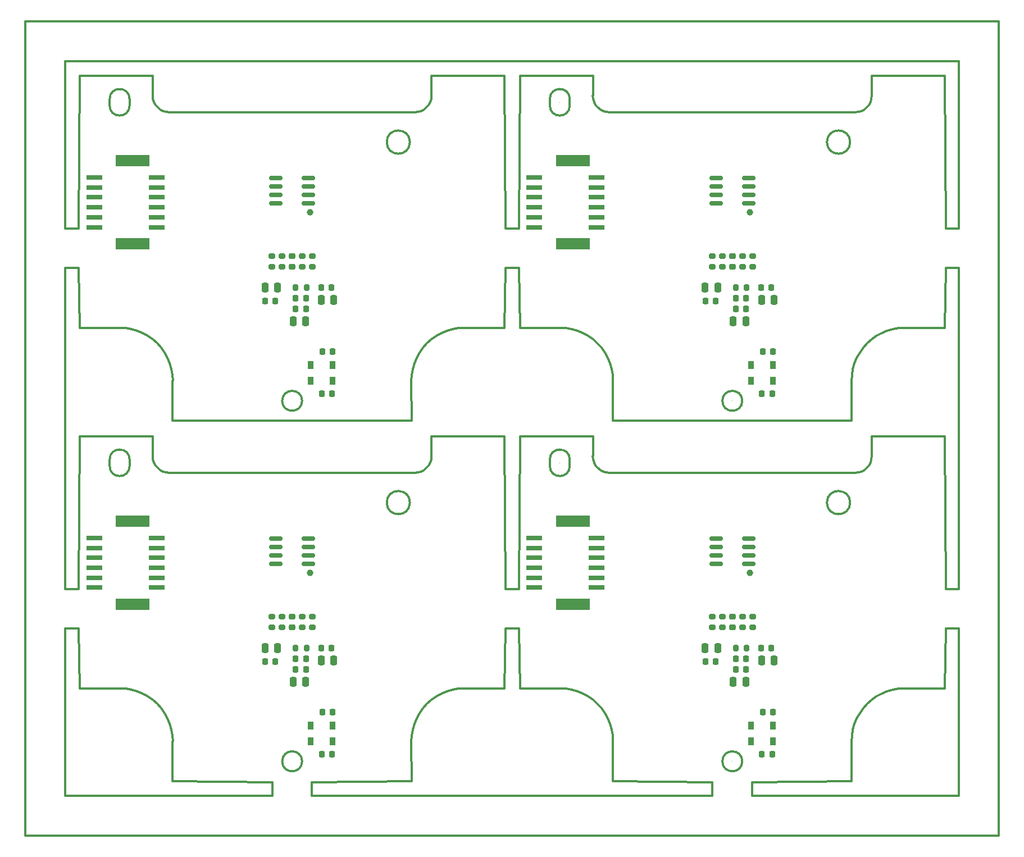
<source format=gtp>
%TF.GenerationSoftware,KiCad,Pcbnew,(6.0.0)*%
%TF.CreationDate,2022-02-12T17:38:02+08:00*%
%TF.ProjectId,SX7H02050048PB,53583748-3032-4303-9530-30343850422e,rev?*%
%TF.SameCoordinates,Original*%
%TF.FileFunction,Paste,Top*%
%TF.FilePolarity,Positive*%
%FSLAX46Y46*%
G04 Gerber Fmt 4.6, Leading zero omitted, Abs format (unit mm)*
G04 Created by KiCad (PCBNEW (6.0.0)) date 2022-02-12 17:38:02*
%MOMM*%
%LPD*%
G01*
G04 APERTURE LIST*
G04 Aperture macros list*
%AMRoundRect*
0 Rectangle with rounded corners*
0 $1 Rounding radius*
0 $2 $3 $4 $5 $6 $7 $8 $9 X,Y pos of 4 corners*
0 Add a 4 corners polygon primitive as box body*
4,1,4,$2,$3,$4,$5,$6,$7,$8,$9,$2,$3,0*
0 Add four circle primitives for the rounded corners*
1,1,$1+$1,$2,$3*
1,1,$1+$1,$4,$5*
1,1,$1+$1,$6,$7*
1,1,$1+$1,$8,$9*
0 Add four rect primitives between the rounded corners*
20,1,$1+$1,$2,$3,$4,$5,0*
20,1,$1+$1,$4,$5,$6,$7,0*
20,1,$1+$1,$6,$7,$8,$9,0*
20,1,$1+$1,$8,$9,$2,$3,0*%
G04 Aperture macros list end*
%TA.AperFunction,Profile*%
%ADD10C,0.350000*%
%TD*%
%TA.AperFunction,Profile*%
%ADD11C,0.010049*%
%TD*%
%TA.AperFunction,Profile*%
%ADD12C,0.010050*%
%TD*%
%ADD13RoundRect,0.225000X0.225000X0.250000X-0.225000X0.250000X-0.225000X-0.250000X0.225000X-0.250000X0*%
%ADD14RoundRect,0.200000X0.275000X-0.200000X0.275000X0.200000X-0.275000X0.200000X-0.275000X-0.200000X0*%
%ADD15RoundRect,0.250000X-0.250000X-0.475000X0.250000X-0.475000X0.250000X0.475000X-0.250000X0.475000X0*%
%ADD16R,2.450000X0.800000*%
%ADD17R,5.050000X1.800000*%
%ADD18RoundRect,0.200000X0.200000X0.275000X-0.200000X0.275000X-0.200000X-0.275000X0.200000X-0.275000X0*%
%ADD19R,0.900000X1.200000*%
%ADD20RoundRect,0.225000X-0.250000X0.225000X-0.250000X-0.225000X0.250000X-0.225000X0.250000X0.225000X0*%
%ADD21RoundRect,0.200000X-0.275000X0.200000X-0.275000X-0.200000X0.275000X-0.200000X0.275000X0.200000X0*%
%ADD22RoundRect,0.250000X0.250000X0.475000X-0.250000X0.475000X-0.250000X-0.475000X0.250000X-0.475000X0*%
%ADD23RoundRect,0.225000X-0.225000X-0.250000X0.225000X-0.250000X0.225000X0.250000X-0.225000X0.250000X0*%
%ADD24C,1.000000*%
%ADD25RoundRect,0.150000X0.825000X0.150000X-0.825000X0.150000X-0.825000X-0.150000X0.825000X-0.150000X0*%
G04 APERTURE END LIST*
D10*
X129525000Y-134700122D02*
X129525000Y-136700122D01*
X123525000Y-134700122D02*
X123525000Y-136700122D01*
X129525000Y-136700122D02*
X160700000Y-136700122D01*
X63175000Y-136700122D02*
X123525000Y-136700122D01*
X129525000Y-134700122D02*
X144525000Y-134525122D01*
X108525000Y-134525122D02*
X123525000Y-134700122D01*
X63175000Y-134700122D02*
X63175000Y-136700122D01*
X57175000Y-134700122D02*
X57175000Y-136700122D01*
X26000000Y-136700122D02*
X57175000Y-136700122D01*
X63175000Y-134700122D02*
X78175000Y-134525122D01*
X42175000Y-134525122D02*
X57175000Y-134700122D01*
X158700000Y-111525091D02*
X160700000Y-111525091D01*
X158700000Y-105525091D02*
X160700000Y-105525091D01*
X160700000Y-111525091D02*
X160700000Y-136700122D01*
X160700000Y-57175030D02*
X160700000Y-105525091D01*
X158700000Y-111525091D02*
X158525000Y-120525122D01*
X158525000Y-82525061D02*
X158700000Y-105525091D01*
X92350000Y-111525091D02*
X94350000Y-111525091D01*
X92350000Y-105525091D02*
X94350000Y-105525091D01*
X94350000Y-111525091D02*
X94525000Y-120525122D01*
X94525000Y-82525061D02*
X94350000Y-105525091D01*
X92350000Y-111525091D02*
X92175000Y-120525122D01*
X92175000Y-82525061D02*
X92350000Y-105525091D01*
X26000000Y-111525091D02*
X28000000Y-111525091D01*
X26000000Y-105525091D02*
X28000000Y-105525091D01*
X28000000Y-111525091D02*
X28175000Y-120525122D01*
X28175000Y-82525061D02*
X28000000Y-105525091D01*
X26000000Y-111525091D02*
X26000000Y-136700122D01*
X26000000Y-57175030D02*
X26000000Y-105525091D01*
X158700000Y-57175030D02*
X160700000Y-57175030D01*
X158700000Y-51175030D02*
X160700000Y-51175030D01*
X160700000Y-26000000D02*
X160700000Y-51175030D01*
X158700000Y-57175030D02*
X158525000Y-66175061D01*
X158525000Y-28175000D02*
X158700000Y-51175030D01*
X92350000Y-57175030D02*
X94350000Y-57175030D01*
X92350000Y-51175030D02*
X94350000Y-51175030D01*
X94350000Y-57175030D02*
X94525000Y-66175061D01*
X94525000Y-28175000D02*
X94350000Y-51175030D01*
X92350000Y-57175030D02*
X92175000Y-66175061D01*
X92175000Y-28175000D02*
X92350000Y-51175030D01*
X26000000Y-57175030D02*
X28000000Y-57175030D01*
X26000000Y-51175030D02*
X28000000Y-51175030D01*
X28000000Y-57175030D02*
X28175000Y-66175061D01*
X28175000Y-28175000D02*
X28000000Y-51175030D01*
X26000000Y-26000000D02*
X26000000Y-51175030D01*
X107063636Y-87845923D02*
X106629371Y-87613806D01*
X108336707Y-126742102D02*
X108487220Y-127627966D01*
X147529212Y-122260596D02*
X148262061Y-121740637D01*
X107309485Y-124262122D02*
X107744117Y-125048560D01*
X105525000Y-85525061D02*
X105525000Y-82525061D01*
X108025000Y-88037146D02*
X107534888Y-87988928D01*
X144525000Y-134525122D02*
X144512427Y-128525122D01*
X107534888Y-87988928D02*
X107063636Y-87845923D01*
X144713294Y-126742102D02*
X144962073Y-125878699D01*
X144512427Y-128525122D02*
X144562781Y-127627966D01*
X106789527Y-123529334D02*
X107309485Y-124262122D01*
X145740516Y-124262122D02*
X146260474Y-123529334D01*
X105704139Y-86486426D02*
X105561133Y-86015173D01*
X147113746Y-86920691D02*
X146801307Y-87301367D01*
X149878638Y-120962134D02*
X150742041Y-120713355D01*
X99025000Y-87019080D02*
X99025000Y-86019080D01*
X108087928Y-125878699D02*
X108336707Y-126742102D01*
X105525000Y-82525061D02*
X94525000Y-82525061D01*
X128028967Y-131525122D02*
G75*
G03*
X128028967Y-131525122I-1499999J0D01*
G01*
X147525000Y-85525061D02*
X147537085Y-85525061D01*
X107744117Y-125048560D02*
X108087928Y-125878699D01*
X158525000Y-82525061D02*
X147525000Y-82525061D01*
X105936255Y-86920691D02*
X105704139Y-86486426D01*
X108487220Y-127627966D02*
X108537574Y-128525122D01*
X105512915Y-85525061D02*
X105525000Y-85525061D01*
X150742041Y-120713355D02*
X151627906Y-120562842D01*
X144285436Y-92520422D02*
G75*
G03*
X144285436Y-92520422I-1749999J0D01*
G01*
X102025000Y-86019080D02*
G75*
G03*
X99025000Y-86019080I-1500000J0D01*
G01*
X99025000Y-87019080D02*
G75*
G03*
X102025000Y-87019080I1500000J0D01*
G01*
X144562781Y-127627966D02*
X144713294Y-126742102D01*
X103171363Y-120962134D02*
X104001502Y-121306006D01*
X108537574Y-128525122D02*
X108525000Y-128525122D01*
X101422095Y-120562842D02*
X102307959Y-120713355D01*
X146260474Y-123529334D02*
X146859229Y-122859351D01*
X148262061Y-121740637D02*
X149048499Y-121306006D01*
D11*
X126533992Y-131525122D02*
G75*
G03*
X126533992Y-131525122I-5024J0D01*
G01*
D10*
X152525000Y-120525122D02*
X158525000Y-120525122D01*
X106190772Y-122859351D02*
X106789527Y-123529334D01*
X94525000Y-120525122D02*
X100525000Y-120512488D01*
X147537085Y-85525061D02*
X147488868Y-86015173D01*
X146859229Y-122859351D02*
X147529212Y-122260596D01*
X145305884Y-125048560D02*
X145740516Y-124262122D01*
X106248694Y-87301367D02*
X105936255Y-86920691D01*
D11*
X142540461Y-92520422D02*
G75*
G03*
X142540461Y-92520422I-5024J0D01*
G01*
D10*
X105520789Y-122260596D02*
X106190772Y-122859351D01*
X147488868Y-86015173D02*
X147345862Y-86486426D01*
X152525000Y-120512488D02*
X152525000Y-120525122D01*
X145025000Y-88025061D02*
X108025000Y-88025061D01*
X145515113Y-87988928D02*
X145025000Y-88037146D01*
X102025000Y-86019080D02*
X102025000Y-87019080D01*
X147345862Y-86486426D02*
X147113746Y-86920691D01*
X104787940Y-121740637D02*
X105520789Y-122260596D01*
X108025000Y-88025061D02*
X108025000Y-88037146D01*
X147525000Y-82525061D02*
X147525000Y-85525061D01*
X145986365Y-87845923D02*
X145515113Y-87988928D01*
X146801307Y-87301367D02*
X146420630Y-87613806D01*
X149048499Y-121306006D02*
X149878638Y-120962134D01*
X145025000Y-88037146D02*
X145025000Y-88025061D01*
X102307959Y-120713355D02*
X103171363Y-120962134D01*
X144962073Y-125878699D02*
X145305884Y-125048560D01*
D12*
X100530025Y-86519080D02*
G75*
G03*
X100530025Y-86519080I-5025J0D01*
G01*
D10*
X146420630Y-87613806D02*
X145986365Y-87845923D01*
X151627906Y-120562842D02*
X152525000Y-120512488D01*
X104001502Y-121306006D02*
X104787940Y-121740637D01*
X100525000Y-120512488D02*
X101422095Y-120562842D01*
X106629371Y-87613806D02*
X106248694Y-87301367D01*
X105561133Y-86015173D02*
X105512915Y-85525061D01*
X108525000Y-128525122D02*
X108525000Y-134525122D01*
X40713636Y-87845923D02*
X40279371Y-87613806D01*
X41986707Y-126742102D02*
X42137220Y-127627966D01*
X81179212Y-122260596D02*
X81912061Y-121740637D01*
X40959485Y-124262122D02*
X41394117Y-125048560D01*
X39175000Y-85525061D02*
X39175000Y-82525061D01*
X41675000Y-88037146D02*
X41184888Y-87988928D01*
X78175000Y-134525122D02*
X78162427Y-128525122D01*
X41184888Y-87988928D02*
X40713636Y-87845923D01*
X78363294Y-126742102D02*
X78612073Y-125878699D01*
X78162427Y-128525122D02*
X78212781Y-127627966D01*
X40439527Y-123529334D02*
X40959485Y-124262122D01*
X79390516Y-124262122D02*
X79910474Y-123529334D01*
X39354139Y-86486426D02*
X39211133Y-86015173D01*
X80763746Y-86920691D02*
X80451307Y-87301367D01*
X83528638Y-120962134D02*
X84392041Y-120713355D01*
X32675000Y-87019080D02*
X32675000Y-86019080D01*
X41737928Y-125878699D02*
X41986707Y-126742102D01*
X39175000Y-82525061D02*
X28175000Y-82525061D01*
X61678967Y-131525122D02*
G75*
G03*
X61678967Y-131525122I-1499999J0D01*
G01*
X81175000Y-85525061D02*
X81187085Y-85525061D01*
X41394117Y-125048560D02*
X41737928Y-125878699D01*
X92175000Y-82525061D02*
X81175000Y-82525061D01*
X39586255Y-86920691D02*
X39354139Y-86486426D01*
X42137220Y-127627966D02*
X42187574Y-128525122D01*
X39162915Y-85525061D02*
X39175000Y-85525061D01*
X84392041Y-120713355D02*
X85277906Y-120562842D01*
X77935436Y-92520422D02*
G75*
G03*
X77935436Y-92520422I-1749999J0D01*
G01*
X35675000Y-86019080D02*
G75*
G03*
X32675000Y-86019080I-1500000J0D01*
G01*
X32675000Y-87019080D02*
G75*
G03*
X35675000Y-87019080I1500000J0D01*
G01*
X78212781Y-127627966D02*
X78363294Y-126742102D01*
X36821363Y-120962134D02*
X37651502Y-121306006D01*
X42187574Y-128525122D02*
X42175000Y-128525122D01*
X35072095Y-120562842D02*
X35957959Y-120713355D01*
X79910474Y-123529334D02*
X80509229Y-122859351D01*
X81912061Y-121740637D02*
X82698499Y-121306006D01*
D11*
X60183992Y-131525122D02*
G75*
G03*
X60183992Y-131525122I-5024J0D01*
G01*
D10*
X86175000Y-120525122D02*
X92175000Y-120525122D01*
X39840772Y-122859351D02*
X40439527Y-123529334D01*
X28175000Y-120525122D02*
X34175000Y-120512488D01*
X81187085Y-85525061D02*
X81138868Y-86015173D01*
X80509229Y-122859351D02*
X81179212Y-122260596D01*
X78955884Y-125048560D02*
X79390516Y-124262122D01*
X39898694Y-87301367D02*
X39586255Y-86920691D01*
D11*
X76190461Y-92520422D02*
G75*
G03*
X76190461Y-92520422I-5024J0D01*
G01*
D10*
X39170789Y-122260596D02*
X39840772Y-122859351D01*
X81138868Y-86015173D02*
X80995862Y-86486426D01*
X86175000Y-120512488D02*
X86175000Y-120525122D01*
X78675000Y-88025061D02*
X41675000Y-88025061D01*
X79165113Y-87988928D02*
X78675000Y-88037146D01*
X35675000Y-86019080D02*
X35675000Y-87019080D01*
X80995862Y-86486426D02*
X80763746Y-86920691D01*
X38437940Y-121740637D02*
X39170789Y-122260596D01*
X41675000Y-88025061D02*
X41675000Y-88037146D01*
X81175000Y-82525061D02*
X81175000Y-85525061D01*
X79636365Y-87845923D02*
X79165113Y-87988928D01*
X80451307Y-87301367D02*
X80070630Y-87613806D01*
X82698499Y-121306006D02*
X83528638Y-120962134D01*
X78675000Y-88037146D02*
X78675000Y-88025061D01*
X35957959Y-120713355D02*
X36821363Y-120962134D01*
X78612073Y-125878699D02*
X78955884Y-125048560D01*
D12*
X34180025Y-86519080D02*
G75*
G03*
X34180025Y-86519080I-5025J0D01*
G01*
D10*
X80070630Y-87613806D02*
X79636365Y-87845923D01*
X85277906Y-120562842D02*
X86175000Y-120512488D01*
X37651502Y-121306006D02*
X38437940Y-121740637D01*
X34175000Y-120512488D02*
X35072095Y-120562842D01*
X40279371Y-87613806D02*
X39898694Y-87301367D01*
X39211133Y-86015173D02*
X39162915Y-85525061D01*
X42175000Y-128525122D02*
X42175000Y-134525122D01*
X107063636Y-33495862D02*
X106629371Y-33263745D01*
X108336707Y-72392041D02*
X108487220Y-73277905D01*
X147529212Y-67910535D02*
X148262061Y-67390576D01*
X107309485Y-69912061D02*
X107744117Y-70698499D01*
X105525000Y-31175000D02*
X105525000Y-28175000D01*
X108025000Y-33687085D02*
X107534888Y-33638867D01*
X144525000Y-80175061D02*
X144512427Y-74175061D01*
X107534888Y-33638867D02*
X107063636Y-33495862D01*
X144713294Y-72392041D02*
X144962073Y-71528638D01*
X144512427Y-74175061D02*
X144562781Y-73277905D01*
X106789527Y-69179273D02*
X107309485Y-69912061D01*
X145740516Y-69912061D02*
X146260474Y-69179273D01*
X105704139Y-32136365D02*
X105561133Y-31665112D01*
X147113746Y-32570630D02*
X146801307Y-32951306D01*
X149878638Y-66612073D02*
X150742041Y-66363294D01*
X99025000Y-32669019D02*
X99025000Y-31669019D01*
X108087928Y-71528638D02*
X108336707Y-72392041D01*
X105525000Y-28175000D02*
X94525000Y-28175000D01*
X128028967Y-77175061D02*
G75*
G03*
X128028967Y-77175061I-1499999J0D01*
G01*
X147525000Y-31175000D02*
X147537085Y-31175000D01*
X107744117Y-70698499D02*
X108087928Y-71528638D01*
X158525000Y-28175000D02*
X147525000Y-28175000D01*
X105936255Y-32570630D02*
X105704139Y-32136365D01*
X108487220Y-73277905D02*
X108537574Y-74175061D01*
X105512915Y-31175000D02*
X105525000Y-31175000D01*
X150742041Y-66363294D02*
X151627906Y-66212781D01*
X144285436Y-38170361D02*
G75*
G03*
X144285436Y-38170361I-1749999J0D01*
G01*
X102025000Y-31669019D02*
G75*
G03*
X99025000Y-31669019I-1500000J0D01*
G01*
X99025000Y-32669019D02*
G75*
G03*
X102025000Y-32669019I1500000J0D01*
G01*
X144562781Y-73277905D02*
X144713294Y-72392041D01*
X103171363Y-66612073D02*
X104001502Y-66955945D01*
X108537574Y-74175061D02*
X108525000Y-74175061D01*
X101422095Y-66212781D02*
X102307959Y-66363294D01*
X146260474Y-69179273D02*
X146859229Y-68509290D01*
X148262061Y-67390576D02*
X149048499Y-66955945D01*
X108525000Y-80175061D02*
X144525000Y-80175061D01*
D11*
X126533992Y-77175061D02*
G75*
G03*
X126533992Y-77175061I-5024J0D01*
G01*
D10*
X152525000Y-66175061D02*
X158525000Y-66175061D01*
X106190772Y-68509290D02*
X106789527Y-69179273D01*
X94525000Y-66175061D02*
X100525000Y-66162427D01*
X147537085Y-31175000D02*
X147488868Y-31665112D01*
X146859229Y-68509290D02*
X147529212Y-67910535D01*
X145305884Y-70698499D02*
X145740516Y-69912061D01*
X106248694Y-32951306D02*
X105936255Y-32570630D01*
D11*
X142540461Y-38170361D02*
G75*
G03*
X142540461Y-38170361I-5024J0D01*
G01*
D10*
X105520789Y-67910535D02*
X106190772Y-68509290D01*
X147488868Y-31665112D02*
X147345862Y-32136365D01*
X152525000Y-66162427D02*
X152525000Y-66175061D01*
X145025000Y-33675000D02*
X108025000Y-33675000D01*
X145515113Y-33638867D02*
X145025000Y-33687085D01*
X102025000Y-31669019D02*
X102025000Y-32669019D01*
X147345862Y-32136365D02*
X147113746Y-32570630D01*
X104787940Y-67390576D02*
X105520789Y-67910535D01*
X108025000Y-33675000D02*
X108025000Y-33687085D01*
X147525000Y-28175000D02*
X147525000Y-31175000D01*
X145986365Y-33495862D02*
X145515113Y-33638867D01*
X146801307Y-32951306D02*
X146420630Y-33263745D01*
X149048499Y-66955945D02*
X149878638Y-66612073D01*
X145025000Y-33687085D02*
X145025000Y-33675000D01*
X102307959Y-66363294D02*
X103171363Y-66612073D01*
X144962073Y-71528638D02*
X145305884Y-70698499D01*
D12*
X100530025Y-32169019D02*
G75*
G03*
X100530025Y-32169019I-5025J0D01*
G01*
D10*
X146420630Y-33263745D02*
X145986365Y-33495862D01*
X151627906Y-66212781D02*
X152525000Y-66162427D01*
X104001502Y-66955945D02*
X104787940Y-67390576D01*
X100525000Y-66162427D02*
X101422095Y-66212781D01*
X106629371Y-33263745D02*
X106248694Y-32951306D01*
X105561133Y-31665112D02*
X105512915Y-31175000D01*
X108525000Y-74175061D02*
X108525000Y-80175061D01*
X40713636Y-33495862D02*
X40279371Y-33263745D01*
X41986707Y-72392041D02*
X42137220Y-73277905D01*
X81179212Y-67910535D02*
X81912061Y-67390576D01*
X40959485Y-69912061D02*
X41394117Y-70698499D01*
X39175000Y-31175000D02*
X39175000Y-28175000D01*
X41675000Y-33687085D02*
X41184888Y-33638867D01*
X78175000Y-80175061D02*
X78162427Y-74175061D01*
X41184888Y-33638867D02*
X40713636Y-33495862D01*
X78363294Y-72392041D02*
X78612073Y-71528638D01*
X78162427Y-74175061D02*
X78212781Y-73277905D01*
X40439527Y-69179273D02*
X40959485Y-69912061D01*
X79390516Y-69912061D02*
X79910474Y-69179273D01*
X39354139Y-32136365D02*
X39211133Y-31665112D01*
X80763746Y-32570630D02*
X80451307Y-32951306D01*
X83528638Y-66612073D02*
X84392041Y-66363294D01*
X32675000Y-32669019D02*
X32675000Y-31669019D01*
X41737928Y-71528638D02*
X41986707Y-72392041D01*
X39175000Y-28175000D02*
X28175000Y-28175000D01*
X61678967Y-77175061D02*
G75*
G03*
X61678967Y-77175061I-1499999J0D01*
G01*
X81175000Y-31175000D02*
X81187085Y-31175000D01*
X41394117Y-70698499D02*
X41737928Y-71528638D01*
X92175000Y-28175000D02*
X81175000Y-28175000D01*
X39586255Y-32570630D02*
X39354139Y-32136365D01*
X42137220Y-73277905D02*
X42187574Y-74175061D01*
X39162915Y-31175000D02*
X39175000Y-31175000D01*
X84392041Y-66363294D02*
X85277906Y-66212781D01*
X77935436Y-38170361D02*
G75*
G03*
X77935436Y-38170361I-1749999J0D01*
G01*
X35675000Y-31669019D02*
G75*
G03*
X32675000Y-31669019I-1500000J0D01*
G01*
X32675000Y-32669019D02*
G75*
G03*
X35675000Y-32669019I1500000J0D01*
G01*
X78212781Y-73277905D02*
X78363294Y-72392041D01*
X36821363Y-66612073D02*
X37651502Y-66955945D01*
X42187574Y-74175061D02*
X42175000Y-74175061D01*
X35072095Y-66212781D02*
X35957959Y-66363294D01*
X79910474Y-69179273D02*
X80509229Y-68509290D01*
X81912061Y-67390576D02*
X82698499Y-66955945D01*
X42175000Y-80175061D02*
X78175000Y-80175061D01*
D11*
X60183992Y-77175061D02*
G75*
G03*
X60183992Y-77175061I-5024J0D01*
G01*
D10*
X86175000Y-66175061D02*
X92175000Y-66175061D01*
X39840772Y-68509290D02*
X40439527Y-69179273D01*
X28175000Y-66175061D02*
X34175000Y-66162427D01*
X81187085Y-31175000D02*
X81138868Y-31665112D01*
X80509229Y-68509290D02*
X81179212Y-67910535D01*
X78955884Y-70698499D02*
X79390516Y-69912061D01*
X39898694Y-32951306D02*
X39586255Y-32570630D01*
D11*
X76190461Y-38170361D02*
G75*
G03*
X76190461Y-38170361I-5024J0D01*
G01*
D10*
X39170789Y-67910535D02*
X39840772Y-68509290D01*
X81138868Y-31665112D02*
X80995862Y-32136365D01*
X86175000Y-66162427D02*
X86175000Y-66175061D01*
X78675000Y-33675000D02*
X41675000Y-33675000D01*
X79165113Y-33638867D02*
X78675000Y-33687085D01*
X35675000Y-31669019D02*
X35675000Y-32669019D01*
X80995862Y-32136365D02*
X80763746Y-32570630D01*
X38437940Y-67390576D02*
X39170789Y-67910535D01*
X41675000Y-33675000D02*
X41675000Y-33687085D01*
X81175000Y-28175000D02*
X81175000Y-31175000D01*
X79636365Y-33495862D02*
X79165113Y-33638867D01*
X80451307Y-32951306D02*
X80070630Y-33263745D01*
X82698499Y-66955945D02*
X83528638Y-66612073D01*
X78675000Y-33687085D02*
X78675000Y-33675000D01*
X35957959Y-66363294D02*
X36821363Y-66612073D01*
X78612073Y-71528638D02*
X78955884Y-70698499D01*
D12*
X34180025Y-32169019D02*
G75*
G03*
X34180025Y-32169019I-5025J0D01*
G01*
D10*
X80070630Y-33263745D02*
X79636365Y-33495862D01*
X85277906Y-66212781D02*
X86175000Y-66162427D01*
X37651502Y-66955945D02*
X38437940Y-67390576D01*
X34175000Y-66162427D02*
X35072095Y-66212781D01*
X40279371Y-33263745D02*
X39898694Y-32951306D01*
X39211133Y-31665112D02*
X39162915Y-31175000D01*
X42175000Y-74175061D02*
X42175000Y-80175061D01*
X26000000Y-26000000D02*
X160700000Y-26000000D01*
X20000000Y-20000000D02*
X20000000Y-142700122D01*
X20000000Y-142700122D02*
X166700000Y-142700122D01*
X166700000Y-20000000D02*
X166700000Y-142700122D01*
X20000000Y-20000000D02*
X166700000Y-20000000D01*
D13*
%TO.C,C120*%
X128623998Y-116099114D03*
X127073998Y-116099114D03*
%TD*%
D14*
%TO.C,R109*%
X129594998Y-111336114D03*
X129594998Y-109686114D03*
%TD*%
D15*
%TO.C,C117*%
X130930998Y-116353114D03*
X132830998Y-116353114D03*
%TD*%
D16*
%TO.C,J2*%
X96700999Y-105353614D03*
X106101006Y-105353614D03*
X96700999Y-103853614D03*
X106101006Y-103853614D03*
X96700999Y-102353615D03*
X106101006Y-102353615D03*
X96700999Y-100853613D03*
X106101006Y-100853613D03*
X96700999Y-99353613D03*
X106101006Y-99353613D03*
X96700999Y-97853614D03*
X106101006Y-97853614D03*
D17*
X102501013Y-107883614D03*
X102501013Y-95323614D03*
%TD*%
D18*
%TO.C,L103*%
X128707998Y-114448114D03*
X127057998Y-114448114D03*
%TD*%
D15*
%TO.C,C116*%
X122421998Y-114448114D03*
X124321998Y-114448114D03*
%TD*%
D19*
%TO.C,D107*%
X132641998Y-126132114D03*
X129341998Y-126132114D03*
%TD*%
D14*
%TO.C,R116*%
X128070998Y-111336114D03*
X128070998Y-109686114D03*
%TD*%
D13*
%TO.C,C135*%
X132528998Y-130450114D03*
X130978998Y-130450114D03*
%TD*%
D19*
%TO.C,D106*%
X132641998Y-128545114D03*
X129341998Y-128545114D03*
%TD*%
D20*
%TO.C,C122*%
X126546998Y-109736114D03*
X126546998Y-111286114D03*
%TD*%
D21*
%TO.C,R119*%
X123498998Y-109686114D03*
X123498998Y-111336114D03*
%TD*%
D22*
%TO.C,C119*%
X128578998Y-119528114D03*
X126678998Y-119528114D03*
%TD*%
D23*
%TO.C,C113*%
X122469998Y-116480114D03*
X124019998Y-116480114D03*
%TD*%
D13*
%TO.C,C136*%
X132655998Y-124100114D03*
X131105998Y-124100114D03*
%TD*%
D21*
%TO.C,R110*%
X125022998Y-109686114D03*
X125022998Y-111336114D03*
%TD*%
D24*
%TO.C,U103*%
X129213998Y-103145114D03*
D25*
X129021998Y-101748114D03*
X129021998Y-100478114D03*
X129021998Y-99208114D03*
X129021998Y-97938114D03*
X124071998Y-97938114D03*
X124071998Y-99208114D03*
X124071998Y-100478114D03*
X124071998Y-101748114D03*
%TD*%
D23*
%TO.C,C118*%
X130885998Y-114486354D03*
X132435998Y-114486354D03*
%TD*%
D13*
%TO.C,C121*%
X128623998Y-117665354D03*
X127073998Y-117665354D03*
%TD*%
%TO.C,C120*%
X62273998Y-116099114D03*
X60723998Y-116099114D03*
%TD*%
D14*
%TO.C,R109*%
X63244998Y-111336114D03*
X63244998Y-109686114D03*
%TD*%
D15*
%TO.C,C117*%
X64580998Y-116353114D03*
X66480998Y-116353114D03*
%TD*%
D16*
%TO.C,J2*%
X30350999Y-105353614D03*
X39751006Y-105353614D03*
X30350999Y-103853614D03*
X39751006Y-103853614D03*
X30350999Y-102353615D03*
X39751006Y-102353615D03*
X30350999Y-100853613D03*
X39751006Y-100853613D03*
X30350999Y-99353613D03*
X39751006Y-99353613D03*
X30350999Y-97853614D03*
X39751006Y-97853614D03*
D17*
X36151013Y-107883614D03*
X36151013Y-95323614D03*
%TD*%
D18*
%TO.C,L103*%
X62357998Y-114448114D03*
X60707998Y-114448114D03*
%TD*%
D15*
%TO.C,C116*%
X56071998Y-114448114D03*
X57971998Y-114448114D03*
%TD*%
D19*
%TO.C,D107*%
X66291998Y-126132114D03*
X62991998Y-126132114D03*
%TD*%
D14*
%TO.C,R116*%
X61720998Y-111336114D03*
X61720998Y-109686114D03*
%TD*%
D13*
%TO.C,C135*%
X66178998Y-130450114D03*
X64628998Y-130450114D03*
%TD*%
D19*
%TO.C,D106*%
X66291998Y-128545114D03*
X62991998Y-128545114D03*
%TD*%
D20*
%TO.C,C122*%
X60196998Y-109736114D03*
X60196998Y-111286114D03*
%TD*%
D21*
%TO.C,R119*%
X57148998Y-109686114D03*
X57148998Y-111336114D03*
%TD*%
D22*
%TO.C,C119*%
X62228998Y-119528114D03*
X60328998Y-119528114D03*
%TD*%
D23*
%TO.C,C113*%
X56119998Y-116480114D03*
X57669998Y-116480114D03*
%TD*%
D13*
%TO.C,C136*%
X66305998Y-124100114D03*
X64755998Y-124100114D03*
%TD*%
D21*
%TO.C,R110*%
X58672998Y-109686114D03*
X58672998Y-111336114D03*
%TD*%
D24*
%TO.C,U103*%
X62863998Y-103145114D03*
D25*
X62671998Y-101748114D03*
X62671998Y-100478114D03*
X62671998Y-99208114D03*
X62671998Y-97938114D03*
X57721998Y-97938114D03*
X57721998Y-99208114D03*
X57721998Y-100478114D03*
X57721998Y-101748114D03*
%TD*%
D23*
%TO.C,C118*%
X64535998Y-114486354D03*
X66085998Y-114486354D03*
%TD*%
D13*
%TO.C,C121*%
X62273998Y-117665354D03*
X60723998Y-117665354D03*
%TD*%
%TO.C,C120*%
X128623998Y-61749053D03*
X127073998Y-61749053D03*
%TD*%
D14*
%TO.C,R109*%
X129594998Y-56986053D03*
X129594998Y-55336053D03*
%TD*%
D15*
%TO.C,C117*%
X130930998Y-62003053D03*
X132830998Y-62003053D03*
%TD*%
D16*
%TO.C,J2*%
X96700999Y-51003553D03*
X106101006Y-51003553D03*
X96700999Y-49503553D03*
X106101006Y-49503553D03*
X96700999Y-48003554D03*
X106101006Y-48003554D03*
X96700999Y-46503552D03*
X106101006Y-46503552D03*
X96700999Y-45003552D03*
X106101006Y-45003552D03*
X96700999Y-43503553D03*
X106101006Y-43503553D03*
D17*
X102501013Y-53533553D03*
X102501013Y-40973553D03*
%TD*%
D18*
%TO.C,L103*%
X128707998Y-60098053D03*
X127057998Y-60098053D03*
%TD*%
D15*
%TO.C,C116*%
X122421998Y-60098053D03*
X124321998Y-60098053D03*
%TD*%
D19*
%TO.C,D107*%
X132641998Y-71782053D03*
X129341998Y-71782053D03*
%TD*%
D14*
%TO.C,R116*%
X128070998Y-56986053D03*
X128070998Y-55336053D03*
%TD*%
D13*
%TO.C,C135*%
X132528998Y-76100053D03*
X130978998Y-76100053D03*
%TD*%
D19*
%TO.C,D106*%
X132641998Y-74195053D03*
X129341998Y-74195053D03*
%TD*%
D20*
%TO.C,C122*%
X126546998Y-55386053D03*
X126546998Y-56936053D03*
%TD*%
D21*
%TO.C,R119*%
X123498998Y-55336053D03*
X123498998Y-56986053D03*
%TD*%
D22*
%TO.C,C119*%
X128578998Y-65178053D03*
X126678998Y-65178053D03*
%TD*%
D23*
%TO.C,C113*%
X122469998Y-62130053D03*
X124019998Y-62130053D03*
%TD*%
D13*
%TO.C,C136*%
X132655998Y-69750053D03*
X131105998Y-69750053D03*
%TD*%
D21*
%TO.C,R110*%
X125022998Y-55336053D03*
X125022998Y-56986053D03*
%TD*%
D24*
%TO.C,U103*%
X129213998Y-48795053D03*
D25*
X129021998Y-47398053D03*
X129021998Y-46128053D03*
X129021998Y-44858053D03*
X129021998Y-43588053D03*
X124071998Y-43588053D03*
X124071998Y-44858053D03*
X124071998Y-46128053D03*
X124071998Y-47398053D03*
%TD*%
D23*
%TO.C,C118*%
X130885998Y-60136293D03*
X132435998Y-60136293D03*
%TD*%
D13*
%TO.C,C121*%
X128623998Y-63315293D03*
X127073998Y-63315293D03*
%TD*%
%TO.C,C120*%
X62273998Y-61749053D03*
X60723998Y-61749053D03*
%TD*%
D14*
%TO.C,R109*%
X63244998Y-56986053D03*
X63244998Y-55336053D03*
%TD*%
D15*
%TO.C,C117*%
X64580998Y-62003053D03*
X66480998Y-62003053D03*
%TD*%
D16*
%TO.C,J2*%
X30350999Y-51003553D03*
X39751006Y-51003553D03*
X30350999Y-49503553D03*
X39751006Y-49503553D03*
X30350999Y-48003554D03*
X39751006Y-48003554D03*
X30350999Y-46503552D03*
X39751006Y-46503552D03*
X30350999Y-45003552D03*
X39751006Y-45003552D03*
X30350999Y-43503553D03*
X39751006Y-43503553D03*
D17*
X36151013Y-53533553D03*
X36151013Y-40973553D03*
%TD*%
D18*
%TO.C,L103*%
X62357998Y-60098053D03*
X60707998Y-60098053D03*
%TD*%
D15*
%TO.C,C116*%
X56071998Y-60098053D03*
X57971998Y-60098053D03*
%TD*%
D19*
%TO.C,D107*%
X66291998Y-71782053D03*
X62991998Y-71782053D03*
%TD*%
D14*
%TO.C,R116*%
X61720998Y-56986053D03*
X61720998Y-55336053D03*
%TD*%
D13*
%TO.C,C135*%
X66178998Y-76100053D03*
X64628998Y-76100053D03*
%TD*%
D19*
%TO.C,D106*%
X66291998Y-74195053D03*
X62991998Y-74195053D03*
%TD*%
D20*
%TO.C,C122*%
X60196998Y-55386053D03*
X60196998Y-56936053D03*
%TD*%
D21*
%TO.C,R119*%
X57148998Y-55336053D03*
X57148998Y-56986053D03*
%TD*%
D22*
%TO.C,C119*%
X62228998Y-65178053D03*
X60328998Y-65178053D03*
%TD*%
D23*
%TO.C,C113*%
X56119998Y-62130053D03*
X57669998Y-62130053D03*
%TD*%
D13*
%TO.C,C136*%
X66305998Y-69750053D03*
X64755998Y-69750053D03*
%TD*%
D21*
%TO.C,R110*%
X58672998Y-55336053D03*
X58672998Y-56986053D03*
%TD*%
D24*
%TO.C,U103*%
X62863998Y-48795053D03*
D25*
X62671998Y-47398053D03*
X62671998Y-46128053D03*
X62671998Y-44858053D03*
X62671998Y-43588053D03*
X57721998Y-43588053D03*
X57721998Y-44858053D03*
X57721998Y-46128053D03*
X57721998Y-47398053D03*
%TD*%
D23*
%TO.C,C118*%
X64535998Y-60136293D03*
X66085998Y-60136293D03*
%TD*%
D13*
%TO.C,C121*%
X62273998Y-63315293D03*
X60723998Y-63315293D03*
%TD*%
M02*

</source>
